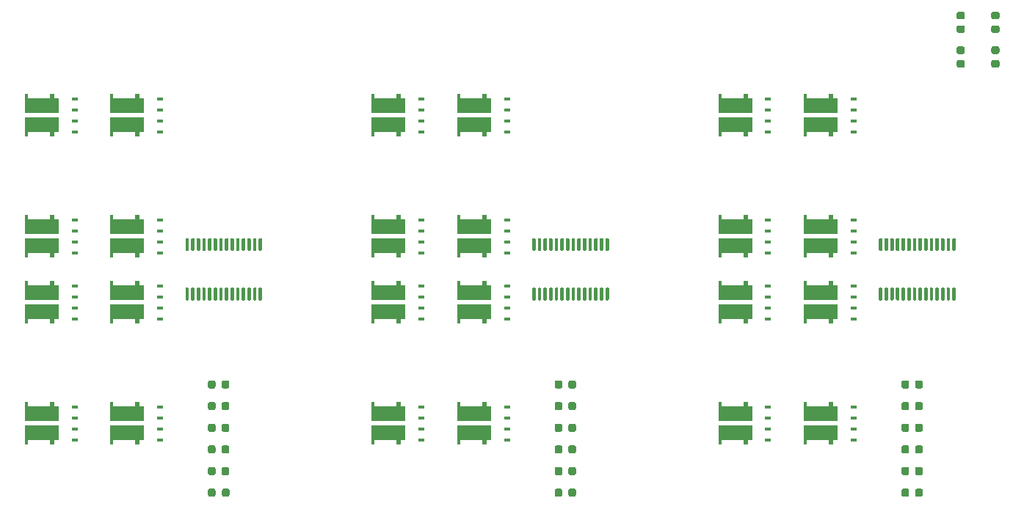
<source format=gbr>
%TF.GenerationSoftware,KiCad,Pcbnew,(5.1.6)-1*%
%TF.CreationDate,2020-07-21T23:35:01+09:00*%
%TF.ProjectId,PWM-PCA9685,50574d2d-5043-4413-9936-38352e6b6963,rev?*%
%TF.SameCoordinates,Original*%
%TF.FileFunction,Paste,Top*%
%TF.FilePolarity,Positive*%
%FSLAX46Y46*%
G04 Gerber Fmt 4.6, Leading zero omitted, Abs format (unit mm)*
G04 Created by KiCad (PCBNEW (5.1.6)-1) date 2020-07-21 23:35:01*
%MOMM*%
%LPD*%
G01*
G04 APERTURE LIST*
%ADD10R,0.510000X0.585000*%
%ADD11R,0.410000X0.470000*%
%ADD12R,3.990000X1.730000*%
%ADD13R,0.720000X0.410000*%
G04 APERTURE END LIST*
%TO.C,R20*%
G36*
G01*
X150743750Y-47350000D02*
X151256250Y-47350000D01*
G75*
G02*
X151475000Y-47568750I0J-218750D01*
G01*
X151475000Y-48006250D01*
G75*
G02*
X151256250Y-48225000I-218750J0D01*
G01*
X150743750Y-48225000D01*
G75*
G02*
X150525000Y-48006250I0J218750D01*
G01*
X150525000Y-47568750D01*
G75*
G02*
X150743750Y-47350000I218750J0D01*
G01*
G37*
G36*
G01*
X150743750Y-45775000D02*
X151256250Y-45775000D01*
G75*
G02*
X151475000Y-45993750I0J-218750D01*
G01*
X151475000Y-46431250D01*
G75*
G02*
X151256250Y-46650000I-218750J0D01*
G01*
X150743750Y-46650000D01*
G75*
G02*
X150525000Y-46431250I0J218750D01*
G01*
X150525000Y-45993750D01*
G75*
G02*
X150743750Y-45775000I218750J0D01*
G01*
G37*
%TD*%
%TO.C,R19*%
G36*
G01*
X146743750Y-47350000D02*
X147256250Y-47350000D01*
G75*
G02*
X147475000Y-47568750I0J-218750D01*
G01*
X147475000Y-48006250D01*
G75*
G02*
X147256250Y-48225000I-218750J0D01*
G01*
X146743750Y-48225000D01*
G75*
G02*
X146525000Y-48006250I0J218750D01*
G01*
X146525000Y-47568750D01*
G75*
G02*
X146743750Y-47350000I218750J0D01*
G01*
G37*
G36*
G01*
X146743750Y-45775000D02*
X147256250Y-45775000D01*
G75*
G02*
X147475000Y-45993750I0J-218750D01*
G01*
X147475000Y-46431250D01*
G75*
G02*
X147256250Y-46650000I-218750J0D01*
G01*
X146743750Y-46650000D01*
G75*
G02*
X146525000Y-46431250I0J218750D01*
G01*
X146525000Y-45993750D01*
G75*
G02*
X146743750Y-45775000I218750J0D01*
G01*
G37*
%TD*%
%TO.C,D50*%
G36*
G01*
X150743750Y-43350000D02*
X151256250Y-43350000D01*
G75*
G02*
X151475000Y-43568750I0J-218750D01*
G01*
X151475000Y-44006250D01*
G75*
G02*
X151256250Y-44225000I-218750J0D01*
G01*
X150743750Y-44225000D01*
G75*
G02*
X150525000Y-44006250I0J218750D01*
G01*
X150525000Y-43568750D01*
G75*
G02*
X150743750Y-43350000I218750J0D01*
G01*
G37*
G36*
G01*
X150743750Y-41775000D02*
X151256250Y-41775000D01*
G75*
G02*
X151475000Y-41993750I0J-218750D01*
G01*
X151475000Y-42431250D01*
G75*
G02*
X151256250Y-42650000I-218750J0D01*
G01*
X150743750Y-42650000D01*
G75*
G02*
X150525000Y-42431250I0J218750D01*
G01*
X150525000Y-41993750D01*
G75*
G02*
X150743750Y-41775000I218750J0D01*
G01*
G37*
%TD*%
%TO.C,D49*%
G36*
G01*
X146743750Y-43350000D02*
X147256250Y-43350000D01*
G75*
G02*
X147475000Y-43568750I0J-218750D01*
G01*
X147475000Y-44006250D01*
G75*
G02*
X147256250Y-44225000I-218750J0D01*
G01*
X146743750Y-44225000D01*
G75*
G02*
X146525000Y-44006250I0J218750D01*
G01*
X146525000Y-43568750D01*
G75*
G02*
X146743750Y-43350000I218750J0D01*
G01*
G37*
G36*
G01*
X146743750Y-41775000D02*
X147256250Y-41775000D01*
G75*
G02*
X147475000Y-41993750I0J-218750D01*
G01*
X147475000Y-42431250D01*
G75*
G02*
X147256250Y-42650000I-218750J0D01*
G01*
X146743750Y-42650000D01*
G75*
G02*
X146525000Y-42431250I0J218750D01*
G01*
X146525000Y-41993750D01*
G75*
G02*
X146743750Y-41775000I218750J0D01*
G01*
G37*
%TD*%
%TO.C,U1*%
G36*
G01*
X57875000Y-69375000D02*
X57675000Y-69375000D01*
G75*
G02*
X57575000Y-69275000I0J100000D01*
G01*
X57575000Y-68000000D01*
G75*
G02*
X57675000Y-67900000I100000J0D01*
G01*
X57875000Y-67900000D01*
G75*
G02*
X57975000Y-68000000I0J-100000D01*
G01*
X57975000Y-69275000D01*
G75*
G02*
X57875000Y-69375000I-100000J0D01*
G01*
G37*
G36*
G01*
X58525000Y-69375000D02*
X58325000Y-69375000D01*
G75*
G02*
X58225000Y-69275000I0J100000D01*
G01*
X58225000Y-68000000D01*
G75*
G02*
X58325000Y-67900000I100000J0D01*
G01*
X58525000Y-67900000D01*
G75*
G02*
X58625000Y-68000000I0J-100000D01*
G01*
X58625000Y-69275000D01*
G75*
G02*
X58525000Y-69375000I-100000J0D01*
G01*
G37*
G36*
G01*
X59175000Y-69375000D02*
X58975000Y-69375000D01*
G75*
G02*
X58875000Y-69275000I0J100000D01*
G01*
X58875000Y-68000000D01*
G75*
G02*
X58975000Y-67900000I100000J0D01*
G01*
X59175000Y-67900000D01*
G75*
G02*
X59275000Y-68000000I0J-100000D01*
G01*
X59275000Y-69275000D01*
G75*
G02*
X59175000Y-69375000I-100000J0D01*
G01*
G37*
G36*
G01*
X59825000Y-69375000D02*
X59625000Y-69375000D01*
G75*
G02*
X59525000Y-69275000I0J100000D01*
G01*
X59525000Y-68000000D01*
G75*
G02*
X59625000Y-67900000I100000J0D01*
G01*
X59825000Y-67900000D01*
G75*
G02*
X59925000Y-68000000I0J-100000D01*
G01*
X59925000Y-69275000D01*
G75*
G02*
X59825000Y-69375000I-100000J0D01*
G01*
G37*
G36*
G01*
X60475000Y-69375000D02*
X60275000Y-69375000D01*
G75*
G02*
X60175000Y-69275000I0J100000D01*
G01*
X60175000Y-68000000D01*
G75*
G02*
X60275000Y-67900000I100000J0D01*
G01*
X60475000Y-67900000D01*
G75*
G02*
X60575000Y-68000000I0J-100000D01*
G01*
X60575000Y-69275000D01*
G75*
G02*
X60475000Y-69375000I-100000J0D01*
G01*
G37*
G36*
G01*
X61125000Y-69375000D02*
X60925000Y-69375000D01*
G75*
G02*
X60825000Y-69275000I0J100000D01*
G01*
X60825000Y-68000000D01*
G75*
G02*
X60925000Y-67900000I100000J0D01*
G01*
X61125000Y-67900000D01*
G75*
G02*
X61225000Y-68000000I0J-100000D01*
G01*
X61225000Y-69275000D01*
G75*
G02*
X61125000Y-69375000I-100000J0D01*
G01*
G37*
G36*
G01*
X61775000Y-69375000D02*
X61575000Y-69375000D01*
G75*
G02*
X61475000Y-69275000I0J100000D01*
G01*
X61475000Y-68000000D01*
G75*
G02*
X61575000Y-67900000I100000J0D01*
G01*
X61775000Y-67900000D01*
G75*
G02*
X61875000Y-68000000I0J-100000D01*
G01*
X61875000Y-69275000D01*
G75*
G02*
X61775000Y-69375000I-100000J0D01*
G01*
G37*
G36*
G01*
X62425000Y-69375000D02*
X62225000Y-69375000D01*
G75*
G02*
X62125000Y-69275000I0J100000D01*
G01*
X62125000Y-68000000D01*
G75*
G02*
X62225000Y-67900000I100000J0D01*
G01*
X62425000Y-67900000D01*
G75*
G02*
X62525000Y-68000000I0J-100000D01*
G01*
X62525000Y-69275000D01*
G75*
G02*
X62425000Y-69375000I-100000J0D01*
G01*
G37*
G36*
G01*
X63075000Y-69375000D02*
X62875000Y-69375000D01*
G75*
G02*
X62775000Y-69275000I0J100000D01*
G01*
X62775000Y-68000000D01*
G75*
G02*
X62875000Y-67900000I100000J0D01*
G01*
X63075000Y-67900000D01*
G75*
G02*
X63175000Y-68000000I0J-100000D01*
G01*
X63175000Y-69275000D01*
G75*
G02*
X63075000Y-69375000I-100000J0D01*
G01*
G37*
G36*
G01*
X63725000Y-69375000D02*
X63525000Y-69375000D01*
G75*
G02*
X63425000Y-69275000I0J100000D01*
G01*
X63425000Y-68000000D01*
G75*
G02*
X63525000Y-67900000I100000J0D01*
G01*
X63725000Y-67900000D01*
G75*
G02*
X63825000Y-68000000I0J-100000D01*
G01*
X63825000Y-69275000D01*
G75*
G02*
X63725000Y-69375000I-100000J0D01*
G01*
G37*
G36*
G01*
X64375000Y-69375000D02*
X64175000Y-69375000D01*
G75*
G02*
X64075000Y-69275000I0J100000D01*
G01*
X64075000Y-68000000D01*
G75*
G02*
X64175000Y-67900000I100000J0D01*
G01*
X64375000Y-67900000D01*
G75*
G02*
X64475000Y-68000000I0J-100000D01*
G01*
X64475000Y-69275000D01*
G75*
G02*
X64375000Y-69375000I-100000J0D01*
G01*
G37*
G36*
G01*
X65025000Y-69375000D02*
X64825000Y-69375000D01*
G75*
G02*
X64725000Y-69275000I0J100000D01*
G01*
X64725000Y-68000000D01*
G75*
G02*
X64825000Y-67900000I100000J0D01*
G01*
X65025000Y-67900000D01*
G75*
G02*
X65125000Y-68000000I0J-100000D01*
G01*
X65125000Y-69275000D01*
G75*
G02*
X65025000Y-69375000I-100000J0D01*
G01*
G37*
G36*
G01*
X65675000Y-69375000D02*
X65475000Y-69375000D01*
G75*
G02*
X65375000Y-69275000I0J100000D01*
G01*
X65375000Y-68000000D01*
G75*
G02*
X65475000Y-67900000I100000J0D01*
G01*
X65675000Y-67900000D01*
G75*
G02*
X65775000Y-68000000I0J-100000D01*
G01*
X65775000Y-69275000D01*
G75*
G02*
X65675000Y-69375000I-100000J0D01*
G01*
G37*
G36*
G01*
X66325000Y-69375000D02*
X66125000Y-69375000D01*
G75*
G02*
X66025000Y-69275000I0J100000D01*
G01*
X66025000Y-68000000D01*
G75*
G02*
X66125000Y-67900000I100000J0D01*
G01*
X66325000Y-67900000D01*
G75*
G02*
X66425000Y-68000000I0J-100000D01*
G01*
X66425000Y-69275000D01*
G75*
G02*
X66325000Y-69375000I-100000J0D01*
G01*
G37*
G36*
G01*
X66325000Y-75100000D02*
X66125000Y-75100000D01*
G75*
G02*
X66025000Y-75000000I0J100000D01*
G01*
X66025000Y-73725000D01*
G75*
G02*
X66125000Y-73625000I100000J0D01*
G01*
X66325000Y-73625000D01*
G75*
G02*
X66425000Y-73725000I0J-100000D01*
G01*
X66425000Y-75000000D01*
G75*
G02*
X66325000Y-75100000I-100000J0D01*
G01*
G37*
G36*
G01*
X65675000Y-75100000D02*
X65475000Y-75100000D01*
G75*
G02*
X65375000Y-75000000I0J100000D01*
G01*
X65375000Y-73725000D01*
G75*
G02*
X65475000Y-73625000I100000J0D01*
G01*
X65675000Y-73625000D01*
G75*
G02*
X65775000Y-73725000I0J-100000D01*
G01*
X65775000Y-75000000D01*
G75*
G02*
X65675000Y-75100000I-100000J0D01*
G01*
G37*
G36*
G01*
X65025000Y-75100000D02*
X64825000Y-75100000D01*
G75*
G02*
X64725000Y-75000000I0J100000D01*
G01*
X64725000Y-73725000D01*
G75*
G02*
X64825000Y-73625000I100000J0D01*
G01*
X65025000Y-73625000D01*
G75*
G02*
X65125000Y-73725000I0J-100000D01*
G01*
X65125000Y-75000000D01*
G75*
G02*
X65025000Y-75100000I-100000J0D01*
G01*
G37*
G36*
G01*
X64375000Y-75100000D02*
X64175000Y-75100000D01*
G75*
G02*
X64075000Y-75000000I0J100000D01*
G01*
X64075000Y-73725000D01*
G75*
G02*
X64175000Y-73625000I100000J0D01*
G01*
X64375000Y-73625000D01*
G75*
G02*
X64475000Y-73725000I0J-100000D01*
G01*
X64475000Y-75000000D01*
G75*
G02*
X64375000Y-75100000I-100000J0D01*
G01*
G37*
G36*
G01*
X63725000Y-75100000D02*
X63525000Y-75100000D01*
G75*
G02*
X63425000Y-75000000I0J100000D01*
G01*
X63425000Y-73725000D01*
G75*
G02*
X63525000Y-73625000I100000J0D01*
G01*
X63725000Y-73625000D01*
G75*
G02*
X63825000Y-73725000I0J-100000D01*
G01*
X63825000Y-75000000D01*
G75*
G02*
X63725000Y-75100000I-100000J0D01*
G01*
G37*
G36*
G01*
X63075000Y-75100000D02*
X62875000Y-75100000D01*
G75*
G02*
X62775000Y-75000000I0J100000D01*
G01*
X62775000Y-73725000D01*
G75*
G02*
X62875000Y-73625000I100000J0D01*
G01*
X63075000Y-73625000D01*
G75*
G02*
X63175000Y-73725000I0J-100000D01*
G01*
X63175000Y-75000000D01*
G75*
G02*
X63075000Y-75100000I-100000J0D01*
G01*
G37*
G36*
G01*
X62425000Y-75100000D02*
X62225000Y-75100000D01*
G75*
G02*
X62125000Y-75000000I0J100000D01*
G01*
X62125000Y-73725000D01*
G75*
G02*
X62225000Y-73625000I100000J0D01*
G01*
X62425000Y-73625000D01*
G75*
G02*
X62525000Y-73725000I0J-100000D01*
G01*
X62525000Y-75000000D01*
G75*
G02*
X62425000Y-75100000I-100000J0D01*
G01*
G37*
G36*
G01*
X61775000Y-75100000D02*
X61575000Y-75100000D01*
G75*
G02*
X61475000Y-75000000I0J100000D01*
G01*
X61475000Y-73725000D01*
G75*
G02*
X61575000Y-73625000I100000J0D01*
G01*
X61775000Y-73625000D01*
G75*
G02*
X61875000Y-73725000I0J-100000D01*
G01*
X61875000Y-75000000D01*
G75*
G02*
X61775000Y-75100000I-100000J0D01*
G01*
G37*
G36*
G01*
X61125000Y-75100000D02*
X60925000Y-75100000D01*
G75*
G02*
X60825000Y-75000000I0J100000D01*
G01*
X60825000Y-73725000D01*
G75*
G02*
X60925000Y-73625000I100000J0D01*
G01*
X61125000Y-73625000D01*
G75*
G02*
X61225000Y-73725000I0J-100000D01*
G01*
X61225000Y-75000000D01*
G75*
G02*
X61125000Y-75100000I-100000J0D01*
G01*
G37*
G36*
G01*
X60475000Y-75100000D02*
X60275000Y-75100000D01*
G75*
G02*
X60175000Y-75000000I0J100000D01*
G01*
X60175000Y-73725000D01*
G75*
G02*
X60275000Y-73625000I100000J0D01*
G01*
X60475000Y-73625000D01*
G75*
G02*
X60575000Y-73725000I0J-100000D01*
G01*
X60575000Y-75000000D01*
G75*
G02*
X60475000Y-75100000I-100000J0D01*
G01*
G37*
G36*
G01*
X59825000Y-75100000D02*
X59625000Y-75100000D01*
G75*
G02*
X59525000Y-75000000I0J100000D01*
G01*
X59525000Y-73725000D01*
G75*
G02*
X59625000Y-73625000I100000J0D01*
G01*
X59825000Y-73625000D01*
G75*
G02*
X59925000Y-73725000I0J-100000D01*
G01*
X59925000Y-75000000D01*
G75*
G02*
X59825000Y-75100000I-100000J0D01*
G01*
G37*
G36*
G01*
X59175000Y-75100000D02*
X58975000Y-75100000D01*
G75*
G02*
X58875000Y-75000000I0J100000D01*
G01*
X58875000Y-73725000D01*
G75*
G02*
X58975000Y-73625000I100000J0D01*
G01*
X59175000Y-73625000D01*
G75*
G02*
X59275000Y-73725000I0J-100000D01*
G01*
X59275000Y-75000000D01*
G75*
G02*
X59175000Y-75100000I-100000J0D01*
G01*
G37*
G36*
G01*
X58525000Y-75100000D02*
X58325000Y-75100000D01*
G75*
G02*
X58225000Y-75000000I0J100000D01*
G01*
X58225000Y-73725000D01*
G75*
G02*
X58325000Y-73625000I100000J0D01*
G01*
X58525000Y-73625000D01*
G75*
G02*
X58625000Y-73725000I0J-100000D01*
G01*
X58625000Y-75000000D01*
G75*
G02*
X58525000Y-75100000I-100000J0D01*
G01*
G37*
G36*
G01*
X57875000Y-75100000D02*
X57675000Y-75100000D01*
G75*
G02*
X57575000Y-75000000I0J100000D01*
G01*
X57575000Y-73725000D01*
G75*
G02*
X57675000Y-73625000I100000J0D01*
G01*
X57875000Y-73625000D01*
G75*
G02*
X57975000Y-73725000I0J-100000D01*
G01*
X57975000Y-75000000D01*
G75*
G02*
X57875000Y-75100000I-100000J0D01*
G01*
G37*
%TD*%
%TO.C,U3*%
G36*
G01*
X137875000Y-69375000D02*
X137675000Y-69375000D01*
G75*
G02*
X137575000Y-69275000I0J100000D01*
G01*
X137575000Y-68000000D01*
G75*
G02*
X137675000Y-67900000I100000J0D01*
G01*
X137875000Y-67900000D01*
G75*
G02*
X137975000Y-68000000I0J-100000D01*
G01*
X137975000Y-69275000D01*
G75*
G02*
X137875000Y-69375000I-100000J0D01*
G01*
G37*
G36*
G01*
X138525000Y-69375000D02*
X138325000Y-69375000D01*
G75*
G02*
X138225000Y-69275000I0J100000D01*
G01*
X138225000Y-68000000D01*
G75*
G02*
X138325000Y-67900000I100000J0D01*
G01*
X138525000Y-67900000D01*
G75*
G02*
X138625000Y-68000000I0J-100000D01*
G01*
X138625000Y-69275000D01*
G75*
G02*
X138525000Y-69375000I-100000J0D01*
G01*
G37*
G36*
G01*
X139175000Y-69375000D02*
X138975000Y-69375000D01*
G75*
G02*
X138875000Y-69275000I0J100000D01*
G01*
X138875000Y-68000000D01*
G75*
G02*
X138975000Y-67900000I100000J0D01*
G01*
X139175000Y-67900000D01*
G75*
G02*
X139275000Y-68000000I0J-100000D01*
G01*
X139275000Y-69275000D01*
G75*
G02*
X139175000Y-69375000I-100000J0D01*
G01*
G37*
G36*
G01*
X139825000Y-69375000D02*
X139625000Y-69375000D01*
G75*
G02*
X139525000Y-69275000I0J100000D01*
G01*
X139525000Y-68000000D01*
G75*
G02*
X139625000Y-67900000I100000J0D01*
G01*
X139825000Y-67900000D01*
G75*
G02*
X139925000Y-68000000I0J-100000D01*
G01*
X139925000Y-69275000D01*
G75*
G02*
X139825000Y-69375000I-100000J0D01*
G01*
G37*
G36*
G01*
X140475000Y-69375000D02*
X140275000Y-69375000D01*
G75*
G02*
X140175000Y-69275000I0J100000D01*
G01*
X140175000Y-68000000D01*
G75*
G02*
X140275000Y-67900000I100000J0D01*
G01*
X140475000Y-67900000D01*
G75*
G02*
X140575000Y-68000000I0J-100000D01*
G01*
X140575000Y-69275000D01*
G75*
G02*
X140475000Y-69375000I-100000J0D01*
G01*
G37*
G36*
G01*
X141125000Y-69375000D02*
X140925000Y-69375000D01*
G75*
G02*
X140825000Y-69275000I0J100000D01*
G01*
X140825000Y-68000000D01*
G75*
G02*
X140925000Y-67900000I100000J0D01*
G01*
X141125000Y-67900000D01*
G75*
G02*
X141225000Y-68000000I0J-100000D01*
G01*
X141225000Y-69275000D01*
G75*
G02*
X141125000Y-69375000I-100000J0D01*
G01*
G37*
G36*
G01*
X141775000Y-69375000D02*
X141575000Y-69375000D01*
G75*
G02*
X141475000Y-69275000I0J100000D01*
G01*
X141475000Y-68000000D01*
G75*
G02*
X141575000Y-67900000I100000J0D01*
G01*
X141775000Y-67900000D01*
G75*
G02*
X141875000Y-68000000I0J-100000D01*
G01*
X141875000Y-69275000D01*
G75*
G02*
X141775000Y-69375000I-100000J0D01*
G01*
G37*
G36*
G01*
X142425000Y-69375000D02*
X142225000Y-69375000D01*
G75*
G02*
X142125000Y-69275000I0J100000D01*
G01*
X142125000Y-68000000D01*
G75*
G02*
X142225000Y-67900000I100000J0D01*
G01*
X142425000Y-67900000D01*
G75*
G02*
X142525000Y-68000000I0J-100000D01*
G01*
X142525000Y-69275000D01*
G75*
G02*
X142425000Y-69375000I-100000J0D01*
G01*
G37*
G36*
G01*
X143075000Y-69375000D02*
X142875000Y-69375000D01*
G75*
G02*
X142775000Y-69275000I0J100000D01*
G01*
X142775000Y-68000000D01*
G75*
G02*
X142875000Y-67900000I100000J0D01*
G01*
X143075000Y-67900000D01*
G75*
G02*
X143175000Y-68000000I0J-100000D01*
G01*
X143175000Y-69275000D01*
G75*
G02*
X143075000Y-69375000I-100000J0D01*
G01*
G37*
G36*
G01*
X143725000Y-69375000D02*
X143525000Y-69375000D01*
G75*
G02*
X143425000Y-69275000I0J100000D01*
G01*
X143425000Y-68000000D01*
G75*
G02*
X143525000Y-67900000I100000J0D01*
G01*
X143725000Y-67900000D01*
G75*
G02*
X143825000Y-68000000I0J-100000D01*
G01*
X143825000Y-69275000D01*
G75*
G02*
X143725000Y-69375000I-100000J0D01*
G01*
G37*
G36*
G01*
X144375000Y-69375000D02*
X144175000Y-69375000D01*
G75*
G02*
X144075000Y-69275000I0J100000D01*
G01*
X144075000Y-68000000D01*
G75*
G02*
X144175000Y-67900000I100000J0D01*
G01*
X144375000Y-67900000D01*
G75*
G02*
X144475000Y-68000000I0J-100000D01*
G01*
X144475000Y-69275000D01*
G75*
G02*
X144375000Y-69375000I-100000J0D01*
G01*
G37*
G36*
G01*
X145025000Y-69375000D02*
X144825000Y-69375000D01*
G75*
G02*
X144725000Y-69275000I0J100000D01*
G01*
X144725000Y-68000000D01*
G75*
G02*
X144825000Y-67900000I100000J0D01*
G01*
X145025000Y-67900000D01*
G75*
G02*
X145125000Y-68000000I0J-100000D01*
G01*
X145125000Y-69275000D01*
G75*
G02*
X145025000Y-69375000I-100000J0D01*
G01*
G37*
G36*
G01*
X145675000Y-69375000D02*
X145475000Y-69375000D01*
G75*
G02*
X145375000Y-69275000I0J100000D01*
G01*
X145375000Y-68000000D01*
G75*
G02*
X145475000Y-67900000I100000J0D01*
G01*
X145675000Y-67900000D01*
G75*
G02*
X145775000Y-68000000I0J-100000D01*
G01*
X145775000Y-69275000D01*
G75*
G02*
X145675000Y-69375000I-100000J0D01*
G01*
G37*
G36*
G01*
X146325000Y-69375000D02*
X146125000Y-69375000D01*
G75*
G02*
X146025000Y-69275000I0J100000D01*
G01*
X146025000Y-68000000D01*
G75*
G02*
X146125000Y-67900000I100000J0D01*
G01*
X146325000Y-67900000D01*
G75*
G02*
X146425000Y-68000000I0J-100000D01*
G01*
X146425000Y-69275000D01*
G75*
G02*
X146325000Y-69375000I-100000J0D01*
G01*
G37*
G36*
G01*
X146325000Y-75100000D02*
X146125000Y-75100000D01*
G75*
G02*
X146025000Y-75000000I0J100000D01*
G01*
X146025000Y-73725000D01*
G75*
G02*
X146125000Y-73625000I100000J0D01*
G01*
X146325000Y-73625000D01*
G75*
G02*
X146425000Y-73725000I0J-100000D01*
G01*
X146425000Y-75000000D01*
G75*
G02*
X146325000Y-75100000I-100000J0D01*
G01*
G37*
G36*
G01*
X145675000Y-75100000D02*
X145475000Y-75100000D01*
G75*
G02*
X145375000Y-75000000I0J100000D01*
G01*
X145375000Y-73725000D01*
G75*
G02*
X145475000Y-73625000I100000J0D01*
G01*
X145675000Y-73625000D01*
G75*
G02*
X145775000Y-73725000I0J-100000D01*
G01*
X145775000Y-75000000D01*
G75*
G02*
X145675000Y-75100000I-100000J0D01*
G01*
G37*
G36*
G01*
X145025000Y-75100000D02*
X144825000Y-75100000D01*
G75*
G02*
X144725000Y-75000000I0J100000D01*
G01*
X144725000Y-73725000D01*
G75*
G02*
X144825000Y-73625000I100000J0D01*
G01*
X145025000Y-73625000D01*
G75*
G02*
X145125000Y-73725000I0J-100000D01*
G01*
X145125000Y-75000000D01*
G75*
G02*
X145025000Y-75100000I-100000J0D01*
G01*
G37*
G36*
G01*
X144375000Y-75100000D02*
X144175000Y-75100000D01*
G75*
G02*
X144075000Y-75000000I0J100000D01*
G01*
X144075000Y-73725000D01*
G75*
G02*
X144175000Y-73625000I100000J0D01*
G01*
X144375000Y-73625000D01*
G75*
G02*
X144475000Y-73725000I0J-100000D01*
G01*
X144475000Y-75000000D01*
G75*
G02*
X144375000Y-75100000I-100000J0D01*
G01*
G37*
G36*
G01*
X143725000Y-75100000D02*
X143525000Y-75100000D01*
G75*
G02*
X143425000Y-75000000I0J100000D01*
G01*
X143425000Y-73725000D01*
G75*
G02*
X143525000Y-73625000I100000J0D01*
G01*
X143725000Y-73625000D01*
G75*
G02*
X143825000Y-73725000I0J-100000D01*
G01*
X143825000Y-75000000D01*
G75*
G02*
X143725000Y-75100000I-100000J0D01*
G01*
G37*
G36*
G01*
X143075000Y-75100000D02*
X142875000Y-75100000D01*
G75*
G02*
X142775000Y-75000000I0J100000D01*
G01*
X142775000Y-73725000D01*
G75*
G02*
X142875000Y-73625000I100000J0D01*
G01*
X143075000Y-73625000D01*
G75*
G02*
X143175000Y-73725000I0J-100000D01*
G01*
X143175000Y-75000000D01*
G75*
G02*
X143075000Y-75100000I-100000J0D01*
G01*
G37*
G36*
G01*
X142425000Y-75100000D02*
X142225000Y-75100000D01*
G75*
G02*
X142125000Y-75000000I0J100000D01*
G01*
X142125000Y-73725000D01*
G75*
G02*
X142225000Y-73625000I100000J0D01*
G01*
X142425000Y-73625000D01*
G75*
G02*
X142525000Y-73725000I0J-100000D01*
G01*
X142525000Y-75000000D01*
G75*
G02*
X142425000Y-75100000I-100000J0D01*
G01*
G37*
G36*
G01*
X141775000Y-75100000D02*
X141575000Y-75100000D01*
G75*
G02*
X141475000Y-75000000I0J100000D01*
G01*
X141475000Y-73725000D01*
G75*
G02*
X141575000Y-73625000I100000J0D01*
G01*
X141775000Y-73625000D01*
G75*
G02*
X141875000Y-73725000I0J-100000D01*
G01*
X141875000Y-75000000D01*
G75*
G02*
X141775000Y-75100000I-100000J0D01*
G01*
G37*
G36*
G01*
X141125000Y-75100000D02*
X140925000Y-75100000D01*
G75*
G02*
X140825000Y-75000000I0J100000D01*
G01*
X140825000Y-73725000D01*
G75*
G02*
X140925000Y-73625000I100000J0D01*
G01*
X141125000Y-73625000D01*
G75*
G02*
X141225000Y-73725000I0J-100000D01*
G01*
X141225000Y-75000000D01*
G75*
G02*
X141125000Y-75100000I-100000J0D01*
G01*
G37*
G36*
G01*
X140475000Y-75100000D02*
X140275000Y-75100000D01*
G75*
G02*
X140175000Y-75000000I0J100000D01*
G01*
X140175000Y-73725000D01*
G75*
G02*
X140275000Y-73625000I100000J0D01*
G01*
X140475000Y-73625000D01*
G75*
G02*
X140575000Y-73725000I0J-100000D01*
G01*
X140575000Y-75000000D01*
G75*
G02*
X140475000Y-75100000I-100000J0D01*
G01*
G37*
G36*
G01*
X139825000Y-75100000D02*
X139625000Y-75100000D01*
G75*
G02*
X139525000Y-75000000I0J100000D01*
G01*
X139525000Y-73725000D01*
G75*
G02*
X139625000Y-73625000I100000J0D01*
G01*
X139825000Y-73625000D01*
G75*
G02*
X139925000Y-73725000I0J-100000D01*
G01*
X139925000Y-75000000D01*
G75*
G02*
X139825000Y-75100000I-100000J0D01*
G01*
G37*
G36*
G01*
X139175000Y-75100000D02*
X138975000Y-75100000D01*
G75*
G02*
X138875000Y-75000000I0J100000D01*
G01*
X138875000Y-73725000D01*
G75*
G02*
X138975000Y-73625000I100000J0D01*
G01*
X139175000Y-73625000D01*
G75*
G02*
X139275000Y-73725000I0J-100000D01*
G01*
X139275000Y-75000000D01*
G75*
G02*
X139175000Y-75100000I-100000J0D01*
G01*
G37*
G36*
G01*
X138525000Y-75100000D02*
X138325000Y-75100000D01*
G75*
G02*
X138225000Y-75000000I0J100000D01*
G01*
X138225000Y-73725000D01*
G75*
G02*
X138325000Y-73625000I100000J0D01*
G01*
X138525000Y-73625000D01*
G75*
G02*
X138625000Y-73725000I0J-100000D01*
G01*
X138625000Y-75000000D01*
G75*
G02*
X138525000Y-75100000I-100000J0D01*
G01*
G37*
G36*
G01*
X137875000Y-75100000D02*
X137675000Y-75100000D01*
G75*
G02*
X137575000Y-75000000I0J100000D01*
G01*
X137575000Y-73725000D01*
G75*
G02*
X137675000Y-73625000I100000J0D01*
G01*
X137875000Y-73625000D01*
G75*
G02*
X137975000Y-73725000I0J-100000D01*
G01*
X137975000Y-75000000D01*
G75*
G02*
X137875000Y-75100000I-100000J0D01*
G01*
G37*
%TD*%
%TO.C,U2*%
G36*
G01*
X97875000Y-69375000D02*
X97675000Y-69375000D01*
G75*
G02*
X97575000Y-69275000I0J100000D01*
G01*
X97575000Y-68000000D01*
G75*
G02*
X97675000Y-67900000I100000J0D01*
G01*
X97875000Y-67900000D01*
G75*
G02*
X97975000Y-68000000I0J-100000D01*
G01*
X97975000Y-69275000D01*
G75*
G02*
X97875000Y-69375000I-100000J0D01*
G01*
G37*
G36*
G01*
X98525000Y-69375000D02*
X98325000Y-69375000D01*
G75*
G02*
X98225000Y-69275000I0J100000D01*
G01*
X98225000Y-68000000D01*
G75*
G02*
X98325000Y-67900000I100000J0D01*
G01*
X98525000Y-67900000D01*
G75*
G02*
X98625000Y-68000000I0J-100000D01*
G01*
X98625000Y-69275000D01*
G75*
G02*
X98525000Y-69375000I-100000J0D01*
G01*
G37*
G36*
G01*
X99175000Y-69375000D02*
X98975000Y-69375000D01*
G75*
G02*
X98875000Y-69275000I0J100000D01*
G01*
X98875000Y-68000000D01*
G75*
G02*
X98975000Y-67900000I100000J0D01*
G01*
X99175000Y-67900000D01*
G75*
G02*
X99275000Y-68000000I0J-100000D01*
G01*
X99275000Y-69275000D01*
G75*
G02*
X99175000Y-69375000I-100000J0D01*
G01*
G37*
G36*
G01*
X99825000Y-69375000D02*
X99625000Y-69375000D01*
G75*
G02*
X99525000Y-69275000I0J100000D01*
G01*
X99525000Y-68000000D01*
G75*
G02*
X99625000Y-67900000I100000J0D01*
G01*
X99825000Y-67900000D01*
G75*
G02*
X99925000Y-68000000I0J-100000D01*
G01*
X99925000Y-69275000D01*
G75*
G02*
X99825000Y-69375000I-100000J0D01*
G01*
G37*
G36*
G01*
X100475000Y-69375000D02*
X100275000Y-69375000D01*
G75*
G02*
X100175000Y-69275000I0J100000D01*
G01*
X100175000Y-68000000D01*
G75*
G02*
X100275000Y-67900000I100000J0D01*
G01*
X100475000Y-67900000D01*
G75*
G02*
X100575000Y-68000000I0J-100000D01*
G01*
X100575000Y-69275000D01*
G75*
G02*
X100475000Y-69375000I-100000J0D01*
G01*
G37*
G36*
G01*
X101125000Y-69375000D02*
X100925000Y-69375000D01*
G75*
G02*
X100825000Y-69275000I0J100000D01*
G01*
X100825000Y-68000000D01*
G75*
G02*
X100925000Y-67900000I100000J0D01*
G01*
X101125000Y-67900000D01*
G75*
G02*
X101225000Y-68000000I0J-100000D01*
G01*
X101225000Y-69275000D01*
G75*
G02*
X101125000Y-69375000I-100000J0D01*
G01*
G37*
G36*
G01*
X101775000Y-69375000D02*
X101575000Y-69375000D01*
G75*
G02*
X101475000Y-69275000I0J100000D01*
G01*
X101475000Y-68000000D01*
G75*
G02*
X101575000Y-67900000I100000J0D01*
G01*
X101775000Y-67900000D01*
G75*
G02*
X101875000Y-68000000I0J-100000D01*
G01*
X101875000Y-69275000D01*
G75*
G02*
X101775000Y-69375000I-100000J0D01*
G01*
G37*
G36*
G01*
X102425000Y-69375000D02*
X102225000Y-69375000D01*
G75*
G02*
X102125000Y-69275000I0J100000D01*
G01*
X102125000Y-68000000D01*
G75*
G02*
X102225000Y-67900000I100000J0D01*
G01*
X102425000Y-67900000D01*
G75*
G02*
X102525000Y-68000000I0J-100000D01*
G01*
X102525000Y-69275000D01*
G75*
G02*
X102425000Y-69375000I-100000J0D01*
G01*
G37*
G36*
G01*
X103075000Y-69375000D02*
X102875000Y-69375000D01*
G75*
G02*
X102775000Y-69275000I0J100000D01*
G01*
X102775000Y-68000000D01*
G75*
G02*
X102875000Y-67900000I100000J0D01*
G01*
X103075000Y-67900000D01*
G75*
G02*
X103175000Y-68000000I0J-100000D01*
G01*
X103175000Y-69275000D01*
G75*
G02*
X103075000Y-69375000I-100000J0D01*
G01*
G37*
G36*
G01*
X103725000Y-69375000D02*
X103525000Y-69375000D01*
G75*
G02*
X103425000Y-69275000I0J100000D01*
G01*
X103425000Y-68000000D01*
G75*
G02*
X103525000Y-67900000I100000J0D01*
G01*
X103725000Y-67900000D01*
G75*
G02*
X103825000Y-68000000I0J-100000D01*
G01*
X103825000Y-69275000D01*
G75*
G02*
X103725000Y-69375000I-100000J0D01*
G01*
G37*
G36*
G01*
X104375000Y-69375000D02*
X104175000Y-69375000D01*
G75*
G02*
X104075000Y-69275000I0J100000D01*
G01*
X104075000Y-68000000D01*
G75*
G02*
X104175000Y-67900000I100000J0D01*
G01*
X104375000Y-67900000D01*
G75*
G02*
X104475000Y-68000000I0J-100000D01*
G01*
X104475000Y-69275000D01*
G75*
G02*
X104375000Y-69375000I-100000J0D01*
G01*
G37*
G36*
G01*
X105025000Y-69375000D02*
X104825000Y-69375000D01*
G75*
G02*
X104725000Y-69275000I0J100000D01*
G01*
X104725000Y-68000000D01*
G75*
G02*
X104825000Y-67900000I100000J0D01*
G01*
X105025000Y-67900000D01*
G75*
G02*
X105125000Y-68000000I0J-100000D01*
G01*
X105125000Y-69275000D01*
G75*
G02*
X105025000Y-69375000I-100000J0D01*
G01*
G37*
G36*
G01*
X105675000Y-69375000D02*
X105475000Y-69375000D01*
G75*
G02*
X105375000Y-69275000I0J100000D01*
G01*
X105375000Y-68000000D01*
G75*
G02*
X105475000Y-67900000I100000J0D01*
G01*
X105675000Y-67900000D01*
G75*
G02*
X105775000Y-68000000I0J-100000D01*
G01*
X105775000Y-69275000D01*
G75*
G02*
X105675000Y-69375000I-100000J0D01*
G01*
G37*
G36*
G01*
X106325000Y-69375000D02*
X106125000Y-69375000D01*
G75*
G02*
X106025000Y-69275000I0J100000D01*
G01*
X106025000Y-68000000D01*
G75*
G02*
X106125000Y-67900000I100000J0D01*
G01*
X106325000Y-67900000D01*
G75*
G02*
X106425000Y-68000000I0J-100000D01*
G01*
X106425000Y-69275000D01*
G75*
G02*
X106325000Y-69375000I-100000J0D01*
G01*
G37*
G36*
G01*
X106325000Y-75100000D02*
X106125000Y-75100000D01*
G75*
G02*
X106025000Y-75000000I0J100000D01*
G01*
X106025000Y-73725000D01*
G75*
G02*
X106125000Y-73625000I100000J0D01*
G01*
X106325000Y-73625000D01*
G75*
G02*
X106425000Y-73725000I0J-100000D01*
G01*
X106425000Y-75000000D01*
G75*
G02*
X106325000Y-75100000I-100000J0D01*
G01*
G37*
G36*
G01*
X105675000Y-75100000D02*
X105475000Y-75100000D01*
G75*
G02*
X105375000Y-75000000I0J100000D01*
G01*
X105375000Y-73725000D01*
G75*
G02*
X105475000Y-73625000I100000J0D01*
G01*
X105675000Y-73625000D01*
G75*
G02*
X105775000Y-73725000I0J-100000D01*
G01*
X105775000Y-75000000D01*
G75*
G02*
X105675000Y-75100000I-100000J0D01*
G01*
G37*
G36*
G01*
X105025000Y-75100000D02*
X104825000Y-75100000D01*
G75*
G02*
X104725000Y-75000000I0J100000D01*
G01*
X104725000Y-73725000D01*
G75*
G02*
X104825000Y-73625000I100000J0D01*
G01*
X105025000Y-73625000D01*
G75*
G02*
X105125000Y-73725000I0J-100000D01*
G01*
X105125000Y-75000000D01*
G75*
G02*
X105025000Y-75100000I-100000J0D01*
G01*
G37*
G36*
G01*
X104375000Y-75100000D02*
X104175000Y-75100000D01*
G75*
G02*
X104075000Y-75000000I0J100000D01*
G01*
X104075000Y-73725000D01*
G75*
G02*
X104175000Y-73625000I100000J0D01*
G01*
X104375000Y-73625000D01*
G75*
G02*
X104475000Y-73725000I0J-100000D01*
G01*
X104475000Y-75000000D01*
G75*
G02*
X104375000Y-75100000I-100000J0D01*
G01*
G37*
G36*
G01*
X103725000Y-75100000D02*
X103525000Y-75100000D01*
G75*
G02*
X103425000Y-75000000I0J100000D01*
G01*
X103425000Y-73725000D01*
G75*
G02*
X103525000Y-73625000I100000J0D01*
G01*
X103725000Y-73625000D01*
G75*
G02*
X103825000Y-73725000I0J-100000D01*
G01*
X103825000Y-75000000D01*
G75*
G02*
X103725000Y-75100000I-100000J0D01*
G01*
G37*
G36*
G01*
X103075000Y-75100000D02*
X102875000Y-75100000D01*
G75*
G02*
X102775000Y-75000000I0J100000D01*
G01*
X102775000Y-73725000D01*
G75*
G02*
X102875000Y-73625000I100000J0D01*
G01*
X103075000Y-73625000D01*
G75*
G02*
X103175000Y-73725000I0J-100000D01*
G01*
X103175000Y-75000000D01*
G75*
G02*
X103075000Y-75100000I-100000J0D01*
G01*
G37*
G36*
G01*
X102425000Y-75100000D02*
X102225000Y-75100000D01*
G75*
G02*
X102125000Y-75000000I0J100000D01*
G01*
X102125000Y-73725000D01*
G75*
G02*
X102225000Y-73625000I100000J0D01*
G01*
X102425000Y-73625000D01*
G75*
G02*
X102525000Y-73725000I0J-100000D01*
G01*
X102525000Y-75000000D01*
G75*
G02*
X102425000Y-75100000I-100000J0D01*
G01*
G37*
G36*
G01*
X101775000Y-75100000D02*
X101575000Y-75100000D01*
G75*
G02*
X101475000Y-75000000I0J100000D01*
G01*
X101475000Y-73725000D01*
G75*
G02*
X101575000Y-73625000I100000J0D01*
G01*
X101775000Y-73625000D01*
G75*
G02*
X101875000Y-73725000I0J-100000D01*
G01*
X101875000Y-75000000D01*
G75*
G02*
X101775000Y-75100000I-100000J0D01*
G01*
G37*
G36*
G01*
X101125000Y-75100000D02*
X100925000Y-75100000D01*
G75*
G02*
X100825000Y-75000000I0J100000D01*
G01*
X100825000Y-73725000D01*
G75*
G02*
X100925000Y-73625000I100000J0D01*
G01*
X101125000Y-73625000D01*
G75*
G02*
X101225000Y-73725000I0J-100000D01*
G01*
X101225000Y-75000000D01*
G75*
G02*
X101125000Y-75100000I-100000J0D01*
G01*
G37*
G36*
G01*
X100475000Y-75100000D02*
X100275000Y-75100000D01*
G75*
G02*
X100175000Y-75000000I0J100000D01*
G01*
X100175000Y-73725000D01*
G75*
G02*
X100275000Y-73625000I100000J0D01*
G01*
X100475000Y-73625000D01*
G75*
G02*
X100575000Y-73725000I0J-100000D01*
G01*
X100575000Y-75000000D01*
G75*
G02*
X100475000Y-75100000I-100000J0D01*
G01*
G37*
G36*
G01*
X99825000Y-75100000D02*
X99625000Y-75100000D01*
G75*
G02*
X99525000Y-75000000I0J100000D01*
G01*
X99525000Y-73725000D01*
G75*
G02*
X99625000Y-73625000I100000J0D01*
G01*
X99825000Y-73625000D01*
G75*
G02*
X99925000Y-73725000I0J-100000D01*
G01*
X99925000Y-75000000D01*
G75*
G02*
X99825000Y-75100000I-100000J0D01*
G01*
G37*
G36*
G01*
X99175000Y-75100000D02*
X98975000Y-75100000D01*
G75*
G02*
X98875000Y-75000000I0J100000D01*
G01*
X98875000Y-73725000D01*
G75*
G02*
X98975000Y-73625000I100000J0D01*
G01*
X99175000Y-73625000D01*
G75*
G02*
X99275000Y-73725000I0J-100000D01*
G01*
X99275000Y-75000000D01*
G75*
G02*
X99175000Y-75100000I-100000J0D01*
G01*
G37*
G36*
G01*
X98525000Y-75100000D02*
X98325000Y-75100000D01*
G75*
G02*
X98225000Y-75000000I0J100000D01*
G01*
X98225000Y-73725000D01*
G75*
G02*
X98325000Y-73625000I100000J0D01*
G01*
X98525000Y-73625000D01*
G75*
G02*
X98625000Y-73725000I0J-100000D01*
G01*
X98625000Y-75000000D01*
G75*
G02*
X98525000Y-75100000I-100000J0D01*
G01*
G37*
G36*
G01*
X97875000Y-75100000D02*
X97675000Y-75100000D01*
G75*
G02*
X97575000Y-75000000I0J100000D01*
G01*
X97575000Y-73725000D01*
G75*
G02*
X97675000Y-73625000I100000J0D01*
G01*
X97875000Y-73625000D01*
G75*
G02*
X97975000Y-73725000I0J-100000D01*
G01*
X97975000Y-75000000D01*
G75*
G02*
X97875000Y-75100000I-100000J0D01*
G01*
G37*
%TD*%
%TO.C,R18*%
G36*
G01*
X141750000Y-85056250D02*
X141750000Y-84543750D01*
G75*
G02*
X141968750Y-84325000I218750J0D01*
G01*
X142406250Y-84325000D01*
G75*
G02*
X142625000Y-84543750I0J-218750D01*
G01*
X142625000Y-85056250D01*
G75*
G02*
X142406250Y-85275000I-218750J0D01*
G01*
X141968750Y-85275000D01*
G75*
G02*
X141750000Y-85056250I0J218750D01*
G01*
G37*
G36*
G01*
X140175000Y-85056250D02*
X140175000Y-84543750D01*
G75*
G02*
X140393750Y-84325000I218750J0D01*
G01*
X140831250Y-84325000D01*
G75*
G02*
X141050000Y-84543750I0J-218750D01*
G01*
X141050000Y-85056250D01*
G75*
G02*
X140831250Y-85275000I-218750J0D01*
G01*
X140393750Y-85275000D01*
G75*
G02*
X140175000Y-85056250I0J218750D01*
G01*
G37*
%TD*%
%TO.C,R17*%
G36*
G01*
X141750000Y-87556250D02*
X141750000Y-87043750D01*
G75*
G02*
X141968750Y-86825000I218750J0D01*
G01*
X142406250Y-86825000D01*
G75*
G02*
X142625000Y-87043750I0J-218750D01*
G01*
X142625000Y-87556250D01*
G75*
G02*
X142406250Y-87775000I-218750J0D01*
G01*
X141968750Y-87775000D01*
G75*
G02*
X141750000Y-87556250I0J218750D01*
G01*
G37*
G36*
G01*
X140175000Y-87556250D02*
X140175000Y-87043750D01*
G75*
G02*
X140393750Y-86825000I218750J0D01*
G01*
X140831250Y-86825000D01*
G75*
G02*
X141050000Y-87043750I0J-218750D01*
G01*
X141050000Y-87556250D01*
G75*
G02*
X140831250Y-87775000I-218750J0D01*
G01*
X140393750Y-87775000D01*
G75*
G02*
X140175000Y-87556250I0J218750D01*
G01*
G37*
%TD*%
%TO.C,R16*%
G36*
G01*
X141750000Y-90056250D02*
X141750000Y-89543750D01*
G75*
G02*
X141968750Y-89325000I218750J0D01*
G01*
X142406250Y-89325000D01*
G75*
G02*
X142625000Y-89543750I0J-218750D01*
G01*
X142625000Y-90056250D01*
G75*
G02*
X142406250Y-90275000I-218750J0D01*
G01*
X141968750Y-90275000D01*
G75*
G02*
X141750000Y-90056250I0J218750D01*
G01*
G37*
G36*
G01*
X140175000Y-90056250D02*
X140175000Y-89543750D01*
G75*
G02*
X140393750Y-89325000I218750J0D01*
G01*
X140831250Y-89325000D01*
G75*
G02*
X141050000Y-89543750I0J-218750D01*
G01*
X141050000Y-90056250D01*
G75*
G02*
X140831250Y-90275000I-218750J0D01*
G01*
X140393750Y-90275000D01*
G75*
G02*
X140175000Y-90056250I0J218750D01*
G01*
G37*
%TD*%
%TO.C,R15*%
G36*
G01*
X141750000Y-92556250D02*
X141750000Y-92043750D01*
G75*
G02*
X141968750Y-91825000I218750J0D01*
G01*
X142406250Y-91825000D01*
G75*
G02*
X142625000Y-92043750I0J-218750D01*
G01*
X142625000Y-92556250D01*
G75*
G02*
X142406250Y-92775000I-218750J0D01*
G01*
X141968750Y-92775000D01*
G75*
G02*
X141750000Y-92556250I0J218750D01*
G01*
G37*
G36*
G01*
X140175000Y-92556250D02*
X140175000Y-92043750D01*
G75*
G02*
X140393750Y-91825000I218750J0D01*
G01*
X140831250Y-91825000D01*
G75*
G02*
X141050000Y-92043750I0J-218750D01*
G01*
X141050000Y-92556250D01*
G75*
G02*
X140831250Y-92775000I-218750J0D01*
G01*
X140393750Y-92775000D01*
G75*
G02*
X140175000Y-92556250I0J218750D01*
G01*
G37*
%TD*%
%TO.C,R14*%
G36*
G01*
X141750000Y-95056250D02*
X141750000Y-94543750D01*
G75*
G02*
X141968750Y-94325000I218750J0D01*
G01*
X142406250Y-94325000D01*
G75*
G02*
X142625000Y-94543750I0J-218750D01*
G01*
X142625000Y-95056250D01*
G75*
G02*
X142406250Y-95275000I-218750J0D01*
G01*
X141968750Y-95275000D01*
G75*
G02*
X141750000Y-95056250I0J218750D01*
G01*
G37*
G36*
G01*
X140175000Y-95056250D02*
X140175000Y-94543750D01*
G75*
G02*
X140393750Y-94325000I218750J0D01*
G01*
X140831250Y-94325000D01*
G75*
G02*
X141050000Y-94543750I0J-218750D01*
G01*
X141050000Y-95056250D01*
G75*
G02*
X140831250Y-95275000I-218750J0D01*
G01*
X140393750Y-95275000D01*
G75*
G02*
X140175000Y-95056250I0J218750D01*
G01*
G37*
%TD*%
%TO.C,R13*%
G36*
G01*
X141750000Y-97556250D02*
X141750000Y-97043750D01*
G75*
G02*
X141968750Y-96825000I218750J0D01*
G01*
X142406250Y-96825000D01*
G75*
G02*
X142625000Y-97043750I0J-218750D01*
G01*
X142625000Y-97556250D01*
G75*
G02*
X142406250Y-97775000I-218750J0D01*
G01*
X141968750Y-97775000D01*
G75*
G02*
X141750000Y-97556250I0J218750D01*
G01*
G37*
G36*
G01*
X140175000Y-97556250D02*
X140175000Y-97043750D01*
G75*
G02*
X140393750Y-96825000I218750J0D01*
G01*
X140831250Y-96825000D01*
G75*
G02*
X141050000Y-97043750I0J-218750D01*
G01*
X141050000Y-97556250D01*
G75*
G02*
X140831250Y-97775000I-218750J0D01*
G01*
X140393750Y-97775000D01*
G75*
G02*
X140175000Y-97556250I0J218750D01*
G01*
G37*
%TD*%
%TO.C,R12*%
G36*
G01*
X101750000Y-85056250D02*
X101750000Y-84543750D01*
G75*
G02*
X101968750Y-84325000I218750J0D01*
G01*
X102406250Y-84325000D01*
G75*
G02*
X102625000Y-84543750I0J-218750D01*
G01*
X102625000Y-85056250D01*
G75*
G02*
X102406250Y-85275000I-218750J0D01*
G01*
X101968750Y-85275000D01*
G75*
G02*
X101750000Y-85056250I0J218750D01*
G01*
G37*
G36*
G01*
X100175000Y-85056250D02*
X100175000Y-84543750D01*
G75*
G02*
X100393750Y-84325000I218750J0D01*
G01*
X100831250Y-84325000D01*
G75*
G02*
X101050000Y-84543750I0J-218750D01*
G01*
X101050000Y-85056250D01*
G75*
G02*
X100831250Y-85275000I-218750J0D01*
G01*
X100393750Y-85275000D01*
G75*
G02*
X100175000Y-85056250I0J218750D01*
G01*
G37*
%TD*%
%TO.C,R11*%
G36*
G01*
X101750000Y-87556250D02*
X101750000Y-87043750D01*
G75*
G02*
X101968750Y-86825000I218750J0D01*
G01*
X102406250Y-86825000D01*
G75*
G02*
X102625000Y-87043750I0J-218750D01*
G01*
X102625000Y-87556250D01*
G75*
G02*
X102406250Y-87775000I-218750J0D01*
G01*
X101968750Y-87775000D01*
G75*
G02*
X101750000Y-87556250I0J218750D01*
G01*
G37*
G36*
G01*
X100175000Y-87556250D02*
X100175000Y-87043750D01*
G75*
G02*
X100393750Y-86825000I218750J0D01*
G01*
X100831250Y-86825000D01*
G75*
G02*
X101050000Y-87043750I0J-218750D01*
G01*
X101050000Y-87556250D01*
G75*
G02*
X100831250Y-87775000I-218750J0D01*
G01*
X100393750Y-87775000D01*
G75*
G02*
X100175000Y-87556250I0J218750D01*
G01*
G37*
%TD*%
%TO.C,R10*%
G36*
G01*
X101750000Y-90056250D02*
X101750000Y-89543750D01*
G75*
G02*
X101968750Y-89325000I218750J0D01*
G01*
X102406250Y-89325000D01*
G75*
G02*
X102625000Y-89543750I0J-218750D01*
G01*
X102625000Y-90056250D01*
G75*
G02*
X102406250Y-90275000I-218750J0D01*
G01*
X101968750Y-90275000D01*
G75*
G02*
X101750000Y-90056250I0J218750D01*
G01*
G37*
G36*
G01*
X100175000Y-90056250D02*
X100175000Y-89543750D01*
G75*
G02*
X100393750Y-89325000I218750J0D01*
G01*
X100831250Y-89325000D01*
G75*
G02*
X101050000Y-89543750I0J-218750D01*
G01*
X101050000Y-90056250D01*
G75*
G02*
X100831250Y-90275000I-218750J0D01*
G01*
X100393750Y-90275000D01*
G75*
G02*
X100175000Y-90056250I0J218750D01*
G01*
G37*
%TD*%
%TO.C,R9*%
G36*
G01*
X101750000Y-92556250D02*
X101750000Y-92043750D01*
G75*
G02*
X101968750Y-91825000I218750J0D01*
G01*
X102406250Y-91825000D01*
G75*
G02*
X102625000Y-92043750I0J-218750D01*
G01*
X102625000Y-92556250D01*
G75*
G02*
X102406250Y-92775000I-218750J0D01*
G01*
X101968750Y-92775000D01*
G75*
G02*
X101750000Y-92556250I0J218750D01*
G01*
G37*
G36*
G01*
X100175000Y-92556250D02*
X100175000Y-92043750D01*
G75*
G02*
X100393750Y-91825000I218750J0D01*
G01*
X100831250Y-91825000D01*
G75*
G02*
X101050000Y-92043750I0J-218750D01*
G01*
X101050000Y-92556250D01*
G75*
G02*
X100831250Y-92775000I-218750J0D01*
G01*
X100393750Y-92775000D01*
G75*
G02*
X100175000Y-92556250I0J218750D01*
G01*
G37*
%TD*%
%TO.C,R8*%
G36*
G01*
X101750000Y-95056250D02*
X101750000Y-94543750D01*
G75*
G02*
X101968750Y-94325000I218750J0D01*
G01*
X102406250Y-94325000D01*
G75*
G02*
X102625000Y-94543750I0J-218750D01*
G01*
X102625000Y-95056250D01*
G75*
G02*
X102406250Y-95275000I-218750J0D01*
G01*
X101968750Y-95275000D01*
G75*
G02*
X101750000Y-95056250I0J218750D01*
G01*
G37*
G36*
G01*
X100175000Y-95056250D02*
X100175000Y-94543750D01*
G75*
G02*
X100393750Y-94325000I218750J0D01*
G01*
X100831250Y-94325000D01*
G75*
G02*
X101050000Y-94543750I0J-218750D01*
G01*
X101050000Y-95056250D01*
G75*
G02*
X100831250Y-95275000I-218750J0D01*
G01*
X100393750Y-95275000D01*
G75*
G02*
X100175000Y-95056250I0J218750D01*
G01*
G37*
%TD*%
%TO.C,R7*%
G36*
G01*
X101750000Y-97556250D02*
X101750000Y-97043750D01*
G75*
G02*
X101968750Y-96825000I218750J0D01*
G01*
X102406250Y-96825000D01*
G75*
G02*
X102625000Y-97043750I0J-218750D01*
G01*
X102625000Y-97556250D01*
G75*
G02*
X102406250Y-97775000I-218750J0D01*
G01*
X101968750Y-97775000D01*
G75*
G02*
X101750000Y-97556250I0J218750D01*
G01*
G37*
G36*
G01*
X100175000Y-97556250D02*
X100175000Y-97043750D01*
G75*
G02*
X100393750Y-96825000I218750J0D01*
G01*
X100831250Y-96825000D01*
G75*
G02*
X101050000Y-97043750I0J-218750D01*
G01*
X101050000Y-97556250D01*
G75*
G02*
X100831250Y-97775000I-218750J0D01*
G01*
X100393750Y-97775000D01*
G75*
G02*
X100175000Y-97556250I0J218750D01*
G01*
G37*
%TD*%
%TO.C,R6*%
G36*
G01*
X61750000Y-85056250D02*
X61750000Y-84543750D01*
G75*
G02*
X61968750Y-84325000I218750J0D01*
G01*
X62406250Y-84325000D01*
G75*
G02*
X62625000Y-84543750I0J-218750D01*
G01*
X62625000Y-85056250D01*
G75*
G02*
X62406250Y-85275000I-218750J0D01*
G01*
X61968750Y-85275000D01*
G75*
G02*
X61750000Y-85056250I0J218750D01*
G01*
G37*
G36*
G01*
X60175000Y-85056250D02*
X60175000Y-84543750D01*
G75*
G02*
X60393750Y-84325000I218750J0D01*
G01*
X60831250Y-84325000D01*
G75*
G02*
X61050000Y-84543750I0J-218750D01*
G01*
X61050000Y-85056250D01*
G75*
G02*
X60831250Y-85275000I-218750J0D01*
G01*
X60393750Y-85275000D01*
G75*
G02*
X60175000Y-85056250I0J218750D01*
G01*
G37*
%TD*%
%TO.C,R5*%
G36*
G01*
X61750000Y-87556250D02*
X61750000Y-87043750D01*
G75*
G02*
X61968750Y-86825000I218750J0D01*
G01*
X62406250Y-86825000D01*
G75*
G02*
X62625000Y-87043750I0J-218750D01*
G01*
X62625000Y-87556250D01*
G75*
G02*
X62406250Y-87775000I-218750J0D01*
G01*
X61968750Y-87775000D01*
G75*
G02*
X61750000Y-87556250I0J218750D01*
G01*
G37*
G36*
G01*
X60175000Y-87556250D02*
X60175000Y-87043750D01*
G75*
G02*
X60393750Y-86825000I218750J0D01*
G01*
X60831250Y-86825000D01*
G75*
G02*
X61050000Y-87043750I0J-218750D01*
G01*
X61050000Y-87556250D01*
G75*
G02*
X60831250Y-87775000I-218750J0D01*
G01*
X60393750Y-87775000D01*
G75*
G02*
X60175000Y-87556250I0J218750D01*
G01*
G37*
%TD*%
%TO.C,R4*%
G36*
G01*
X61750000Y-90056250D02*
X61750000Y-89543750D01*
G75*
G02*
X61968750Y-89325000I218750J0D01*
G01*
X62406250Y-89325000D01*
G75*
G02*
X62625000Y-89543750I0J-218750D01*
G01*
X62625000Y-90056250D01*
G75*
G02*
X62406250Y-90275000I-218750J0D01*
G01*
X61968750Y-90275000D01*
G75*
G02*
X61750000Y-90056250I0J218750D01*
G01*
G37*
G36*
G01*
X60175000Y-90056250D02*
X60175000Y-89543750D01*
G75*
G02*
X60393750Y-89325000I218750J0D01*
G01*
X60831250Y-89325000D01*
G75*
G02*
X61050000Y-89543750I0J-218750D01*
G01*
X61050000Y-90056250D01*
G75*
G02*
X60831250Y-90275000I-218750J0D01*
G01*
X60393750Y-90275000D01*
G75*
G02*
X60175000Y-90056250I0J218750D01*
G01*
G37*
%TD*%
%TO.C,R3*%
G36*
G01*
X61750000Y-92556250D02*
X61750000Y-92043750D01*
G75*
G02*
X61968750Y-91825000I218750J0D01*
G01*
X62406250Y-91825000D01*
G75*
G02*
X62625000Y-92043750I0J-218750D01*
G01*
X62625000Y-92556250D01*
G75*
G02*
X62406250Y-92775000I-218750J0D01*
G01*
X61968750Y-92775000D01*
G75*
G02*
X61750000Y-92556250I0J218750D01*
G01*
G37*
G36*
G01*
X60175000Y-92556250D02*
X60175000Y-92043750D01*
G75*
G02*
X60393750Y-91825000I218750J0D01*
G01*
X60831250Y-91825000D01*
G75*
G02*
X61050000Y-92043750I0J-218750D01*
G01*
X61050000Y-92556250D01*
G75*
G02*
X60831250Y-92775000I-218750J0D01*
G01*
X60393750Y-92775000D01*
G75*
G02*
X60175000Y-92556250I0J218750D01*
G01*
G37*
%TD*%
%TO.C,R2*%
G36*
G01*
X61750000Y-95056250D02*
X61750000Y-94543750D01*
G75*
G02*
X61968750Y-94325000I218750J0D01*
G01*
X62406250Y-94325000D01*
G75*
G02*
X62625000Y-94543750I0J-218750D01*
G01*
X62625000Y-95056250D01*
G75*
G02*
X62406250Y-95275000I-218750J0D01*
G01*
X61968750Y-95275000D01*
G75*
G02*
X61750000Y-95056250I0J218750D01*
G01*
G37*
G36*
G01*
X60175000Y-95056250D02*
X60175000Y-94543750D01*
G75*
G02*
X60393750Y-94325000I218750J0D01*
G01*
X60831250Y-94325000D01*
G75*
G02*
X61050000Y-94543750I0J-218750D01*
G01*
X61050000Y-95056250D01*
G75*
G02*
X60831250Y-95275000I-218750J0D01*
G01*
X60393750Y-95275000D01*
G75*
G02*
X60175000Y-95056250I0J218750D01*
G01*
G37*
%TD*%
%TO.C,R1*%
G36*
G01*
X61795000Y-97556250D02*
X61795000Y-97043750D01*
G75*
G02*
X62013750Y-96825000I218750J0D01*
G01*
X62451250Y-96825000D01*
G75*
G02*
X62670000Y-97043750I0J-218750D01*
G01*
X62670000Y-97556250D01*
G75*
G02*
X62451250Y-97775000I-218750J0D01*
G01*
X62013750Y-97775000D01*
G75*
G02*
X61795000Y-97556250I0J218750D01*
G01*
G37*
G36*
G01*
X60175000Y-97556250D02*
X60175000Y-97043750D01*
G75*
G02*
X60393750Y-96825000I218750J0D01*
G01*
X60831250Y-96825000D01*
G75*
G02*
X61050000Y-97043750I0J-218750D01*
G01*
X61050000Y-97556250D01*
G75*
G02*
X60831250Y-97775000I-218750J0D01*
G01*
X60393750Y-97775000D01*
G75*
G02*
X60175000Y-97556250I0J218750D01*
G01*
G37*
%TD*%
D10*
%TO.C,Q24*%
X122185000Y-51505000D03*
X122185000Y-55935000D03*
D11*
X119209000Y-55935000D03*
X119209000Y-51505000D03*
D12*
X121000000Y-52605000D03*
X121000000Y-54835000D03*
D13*
X124795000Y-51815000D03*
X124795000Y-53085000D03*
X124795000Y-54355000D03*
X124795000Y-55625000D03*
%TD*%
D10*
%TO.C,Q23*%
X132050000Y-51505000D03*
X132050000Y-55935000D03*
D11*
X129074000Y-55935000D03*
X129074000Y-51505000D03*
D12*
X130865000Y-52605000D03*
X130865000Y-54835000D03*
D13*
X134660000Y-51815000D03*
X134660000Y-53085000D03*
X134660000Y-54355000D03*
X134660000Y-55625000D03*
%TD*%
D10*
%TO.C,Q22*%
X132050000Y-65465000D03*
X132050000Y-69895000D03*
D11*
X129074000Y-69895000D03*
X129074000Y-65465000D03*
D12*
X130865000Y-66565000D03*
X130865000Y-68795000D03*
D13*
X134660000Y-65775000D03*
X134660000Y-67045000D03*
X134660000Y-68315000D03*
X134660000Y-69585000D03*
%TD*%
D10*
%TO.C,Q21*%
X122185000Y-65465000D03*
X122185000Y-69895000D03*
D11*
X119209000Y-69895000D03*
X119209000Y-65465000D03*
D12*
X121000000Y-66565000D03*
X121000000Y-68795000D03*
D13*
X124795000Y-65775000D03*
X124795000Y-67045000D03*
X124795000Y-68315000D03*
X124795000Y-69585000D03*
%TD*%
D10*
%TO.C,Q20*%
X122185000Y-73105000D03*
X122185000Y-77535000D03*
D11*
X119209000Y-77535000D03*
X119209000Y-73105000D03*
D12*
X121000000Y-74205000D03*
X121000000Y-76435000D03*
D13*
X124795000Y-73415000D03*
X124795000Y-74685000D03*
X124795000Y-75955000D03*
X124795000Y-77225000D03*
%TD*%
D10*
%TO.C,Q19*%
X132050000Y-73105000D03*
X132050000Y-77535000D03*
D11*
X129074000Y-77535000D03*
X129074000Y-73105000D03*
D12*
X130865000Y-74205000D03*
X130865000Y-76435000D03*
D13*
X134660000Y-73415000D03*
X134660000Y-74685000D03*
X134660000Y-75955000D03*
X134660000Y-77225000D03*
%TD*%
D10*
%TO.C,Q18*%
X132050000Y-87065000D03*
X132050000Y-91495000D03*
D11*
X129074000Y-91495000D03*
X129074000Y-87065000D03*
D12*
X130865000Y-88165000D03*
X130865000Y-90395000D03*
D13*
X134660000Y-87375000D03*
X134660000Y-88645000D03*
X134660000Y-89915000D03*
X134660000Y-91185000D03*
%TD*%
D10*
%TO.C,Q17*%
X122185000Y-87065000D03*
X122185000Y-91495000D03*
D11*
X119209000Y-91495000D03*
X119209000Y-87065000D03*
D12*
X121000000Y-88165000D03*
X121000000Y-90395000D03*
D13*
X124795000Y-87375000D03*
X124795000Y-88645000D03*
X124795000Y-89915000D03*
X124795000Y-91185000D03*
%TD*%
D10*
%TO.C,Q16*%
X82185000Y-51505000D03*
X82185000Y-55935000D03*
D11*
X79209000Y-55935000D03*
X79209000Y-51505000D03*
D12*
X81000000Y-52605000D03*
X81000000Y-54835000D03*
D13*
X84795000Y-51815000D03*
X84795000Y-53085000D03*
X84795000Y-54355000D03*
X84795000Y-55625000D03*
%TD*%
D10*
%TO.C,Q15*%
X92050000Y-51505000D03*
X92050000Y-55935000D03*
D11*
X89074000Y-55935000D03*
X89074000Y-51505000D03*
D12*
X90865000Y-52605000D03*
X90865000Y-54835000D03*
D13*
X94660000Y-51815000D03*
X94660000Y-53085000D03*
X94660000Y-54355000D03*
X94660000Y-55625000D03*
%TD*%
D10*
%TO.C,Q14*%
X92050000Y-65465000D03*
X92050000Y-69895000D03*
D11*
X89074000Y-69895000D03*
X89074000Y-65465000D03*
D12*
X90865000Y-66565000D03*
X90865000Y-68795000D03*
D13*
X94660000Y-65775000D03*
X94660000Y-67045000D03*
X94660000Y-68315000D03*
X94660000Y-69585000D03*
%TD*%
D10*
%TO.C,Q13*%
X82185000Y-65465000D03*
X82185000Y-69895000D03*
D11*
X79209000Y-69895000D03*
X79209000Y-65465000D03*
D12*
X81000000Y-66565000D03*
X81000000Y-68795000D03*
D13*
X84795000Y-65775000D03*
X84795000Y-67045000D03*
X84795000Y-68315000D03*
X84795000Y-69585000D03*
%TD*%
D10*
%TO.C,Q12*%
X82185000Y-73105000D03*
X82185000Y-77535000D03*
D11*
X79209000Y-77535000D03*
X79209000Y-73105000D03*
D12*
X81000000Y-74205000D03*
X81000000Y-76435000D03*
D13*
X84795000Y-73415000D03*
X84795000Y-74685000D03*
X84795000Y-75955000D03*
X84795000Y-77225000D03*
%TD*%
D10*
%TO.C,Q11*%
X92050000Y-73105000D03*
X92050000Y-77535000D03*
D11*
X89074000Y-77535000D03*
X89074000Y-73105000D03*
D12*
X90865000Y-74205000D03*
X90865000Y-76435000D03*
D13*
X94660000Y-73415000D03*
X94660000Y-74685000D03*
X94660000Y-75955000D03*
X94660000Y-77225000D03*
%TD*%
D10*
%TO.C,Q10*%
X92050000Y-87065000D03*
X92050000Y-91495000D03*
D11*
X89074000Y-91495000D03*
X89074000Y-87065000D03*
D12*
X90865000Y-88165000D03*
X90865000Y-90395000D03*
D13*
X94660000Y-87375000D03*
X94660000Y-88645000D03*
X94660000Y-89915000D03*
X94660000Y-91185000D03*
%TD*%
D10*
%TO.C,Q9*%
X82185000Y-87065000D03*
X82185000Y-91495000D03*
D11*
X79209000Y-91495000D03*
X79209000Y-87065000D03*
D12*
X81000000Y-88165000D03*
X81000000Y-90395000D03*
D13*
X84795000Y-87375000D03*
X84795000Y-88645000D03*
X84795000Y-89915000D03*
X84795000Y-91185000D03*
%TD*%
D10*
%TO.C,Q8*%
X42185000Y-51505000D03*
X42185000Y-55935000D03*
D11*
X39209000Y-55935000D03*
X39209000Y-51505000D03*
D12*
X41000000Y-52605000D03*
X41000000Y-54835000D03*
D13*
X44795000Y-51815000D03*
X44795000Y-53085000D03*
X44795000Y-54355000D03*
X44795000Y-55625000D03*
%TD*%
D10*
%TO.C,Q7*%
X52050000Y-51505000D03*
X52050000Y-55935000D03*
D11*
X49074000Y-55935000D03*
X49074000Y-51505000D03*
D12*
X50865000Y-52605000D03*
X50865000Y-54835000D03*
D13*
X54660000Y-51815000D03*
X54660000Y-53085000D03*
X54660000Y-54355000D03*
X54660000Y-55625000D03*
%TD*%
D10*
%TO.C,Q6*%
X52050000Y-65465000D03*
X52050000Y-69895000D03*
D11*
X49074000Y-69895000D03*
X49074000Y-65465000D03*
D12*
X50865000Y-66565000D03*
X50865000Y-68795000D03*
D13*
X54660000Y-65775000D03*
X54660000Y-67045000D03*
X54660000Y-68315000D03*
X54660000Y-69585000D03*
%TD*%
D10*
%TO.C,Q5*%
X42185000Y-65465000D03*
X42185000Y-69895000D03*
D11*
X39209000Y-69895000D03*
X39209000Y-65465000D03*
D12*
X41000000Y-66565000D03*
X41000000Y-68795000D03*
D13*
X44795000Y-65775000D03*
X44795000Y-67045000D03*
X44795000Y-68315000D03*
X44795000Y-69585000D03*
%TD*%
D10*
%TO.C,Q4*%
X42185000Y-73105000D03*
X42185000Y-77535000D03*
D11*
X39209000Y-77535000D03*
X39209000Y-73105000D03*
D12*
X41000000Y-74205000D03*
X41000000Y-76435000D03*
D13*
X44795000Y-73415000D03*
X44795000Y-74685000D03*
X44795000Y-75955000D03*
X44795000Y-77225000D03*
%TD*%
D10*
%TO.C,Q3*%
X52050000Y-73105000D03*
X52050000Y-77535000D03*
D11*
X49074000Y-77535000D03*
X49074000Y-73105000D03*
D12*
X50865000Y-74205000D03*
X50865000Y-76435000D03*
D13*
X54660000Y-73415000D03*
X54660000Y-74685000D03*
X54660000Y-75955000D03*
X54660000Y-77225000D03*
%TD*%
D10*
%TO.C,Q2*%
X52050000Y-87065000D03*
X52050000Y-91495000D03*
D11*
X49074000Y-91495000D03*
X49074000Y-87065000D03*
D12*
X50865000Y-88165000D03*
X50865000Y-90395000D03*
D13*
X54660000Y-87375000D03*
X54660000Y-88645000D03*
X54660000Y-89915000D03*
X54660000Y-91185000D03*
%TD*%
D10*
%TO.C,Q1*%
X42185000Y-87065000D03*
X42185000Y-91495000D03*
D11*
X39209000Y-91495000D03*
X39209000Y-87065000D03*
D12*
X41000000Y-88165000D03*
X41000000Y-90395000D03*
D13*
X44795000Y-87375000D03*
X44795000Y-88645000D03*
X44795000Y-89915000D03*
X44795000Y-91185000D03*
%TD*%
M02*

</source>
